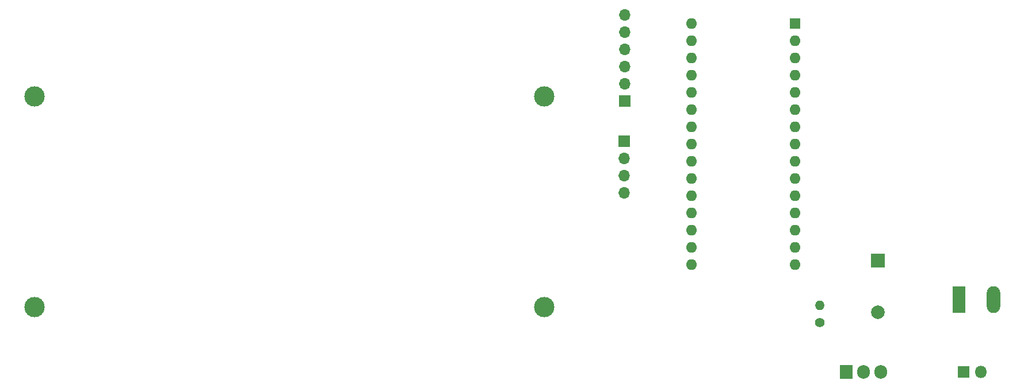
<source format=gbr>
%TF.GenerationSoftware,KiCad,Pcbnew,7.0.7-7.0.7~ubuntu22.04.1*%
%TF.CreationDate,2023-09-27T10:41:22-06:00*%
%TF.ProjectId,ph_meter,70685f6d-6574-4657-922e-6b696361645f,1.3*%
%TF.SameCoordinates,Original*%
%TF.FileFunction,Soldermask,Top*%
%TF.FilePolarity,Negative*%
%FSLAX46Y46*%
G04 Gerber Fmt 4.6, Leading zero omitted, Abs format (unit mm)*
G04 Created by KiCad (PCBNEW 7.0.7-7.0.7~ubuntu22.04.1) date 2023-09-27 10:41:22*
%MOMM*%
%LPD*%
G01*
G04 APERTURE LIST*
%ADD10C,3.000000*%
%ADD11O,1.700000X1.700000*%
%ADD12R,1.700000X1.700000*%
%ADD13R,1.600000X1.600000*%
%ADD14O,1.600000X1.600000*%
%ADD15C,1.400000*%
%ADD16O,1.400000X1.400000*%
%ADD17R,1.800000X1.800000*%
%ADD18O,1.800000X1.800000*%
%ADD19R,2.000000X2.000000*%
%ADD20C,2.000000*%
%ADD21R,1.980000X3.960000*%
%ADD22O,1.980000X3.960000*%
%ADD23R,1.905000X2.000000*%
%ADD24O,1.905000X2.000000*%
G04 APERTURE END LIST*
D10*
%TO.C,REF\u002A\u002A*%
X65571600Y-81649200D03*
X65572120Y-112649900D03*
X140570700Y-81649200D03*
X140570700Y-112649900D03*
%TD*%
D11*
%TO.C,J2*%
X152325000Y-95820000D03*
X152325000Y-93280000D03*
X152325000Y-90740000D03*
D12*
X152325000Y-88200000D03*
%TD*%
D13*
%TO.C,A1*%
X177450000Y-70830000D03*
D14*
X177450000Y-73370000D03*
X177450000Y-75910000D03*
X177450000Y-78450000D03*
X177450000Y-80990000D03*
X177450000Y-83530000D03*
X177450000Y-86070000D03*
X177450000Y-88610000D03*
X177450000Y-91150000D03*
X177450000Y-93690000D03*
X177450000Y-96230000D03*
X177450000Y-98770000D03*
X177450000Y-101310000D03*
X177450000Y-103850000D03*
X177450000Y-106390000D03*
X162210000Y-106390000D03*
X162210000Y-103850000D03*
X162210000Y-101310000D03*
X162210000Y-98770000D03*
X162210000Y-96230000D03*
X162210000Y-93690000D03*
X162210000Y-91150000D03*
X162210000Y-88610000D03*
X162210000Y-86070000D03*
X162210000Y-83530000D03*
X162210000Y-80990000D03*
X162210000Y-78450000D03*
X162210000Y-75910000D03*
X162210000Y-73370000D03*
X162210000Y-70830000D03*
%TD*%
D12*
%TO.C,J4*%
X152450000Y-82320000D03*
D11*
X152450000Y-79780000D03*
X152450000Y-77240000D03*
X152450000Y-74700000D03*
X152450000Y-72160000D03*
X152450000Y-69620000D03*
%TD*%
D15*
%TO.C,R1*%
X181130000Y-114990000D03*
D16*
X181130000Y-112450000D03*
%TD*%
D17*
%TO.C,D1*%
X202310000Y-122250000D03*
D18*
X204850000Y-122250000D03*
%TD*%
D19*
%TO.C,BZ1*%
X189658640Y-105820000D03*
D20*
X189658640Y-113420000D03*
%TD*%
D21*
%TO.C,J3*%
X201658640Y-111620000D03*
D22*
X206658640Y-111620000D03*
%TD*%
D23*
%TO.C,Q1*%
X185010000Y-122255000D03*
D24*
X187550000Y-122255000D03*
X190090000Y-122255000D03*
%TD*%
M02*

</source>
